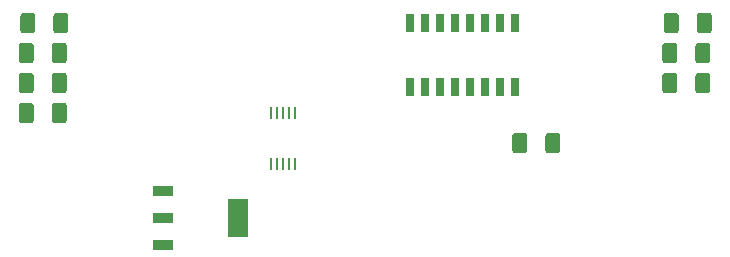
<source format=gbr>
%TF.GenerationSoftware,KiCad,Pcbnew,(5.1.6)-1*%
%TF.CreationDate,2020-11-25T17:12:48+01:00*%
%TF.ProjectId,heater_led_tempSensor_board,68656174-6572-45f6-9c65-645f74656d70,rev?*%
%TF.SameCoordinates,Original*%
%TF.FileFunction,Paste,Top*%
%TF.FilePolarity,Positive*%
%FSLAX46Y46*%
G04 Gerber Fmt 4.6, Leading zero omitted, Abs format (unit mm)*
G04 Created by KiCad (PCBNEW (5.1.6)-1) date 2020-11-25 17:12:48*
%MOMM*%
%LPD*%
G01*
G04 APERTURE LIST*
%ADD10R,0.650000X1.525000*%
%ADD11R,0.250000X1.100000*%
%ADD12R,1.750000X3.200000*%
%ADD13R,1.750000X0.950000*%
G04 APERTURE END LIST*
%TO.C,C1*%
G36*
G01*
X157845000Y-102245000D02*
X157845000Y-103495000D01*
G75*
G02*
X157595000Y-103745000I-250000J0D01*
G01*
X156845000Y-103745000D01*
G75*
G02*
X156595000Y-103495000I0J250000D01*
G01*
X156595000Y-102245000D01*
G75*
G02*
X156845000Y-101995000I250000J0D01*
G01*
X157595000Y-101995000D01*
G75*
G02*
X157845000Y-102245000I0J-250000D01*
G01*
G37*
G36*
G01*
X160645000Y-102245000D02*
X160645000Y-103495000D01*
G75*
G02*
X160395000Y-103745000I-250000J0D01*
G01*
X159645000Y-103745000D01*
G75*
G02*
X159395000Y-103495000I0J250000D01*
G01*
X159395000Y-102245000D01*
G75*
G02*
X159645000Y-101995000I250000J0D01*
G01*
X160395000Y-101995000D01*
G75*
G02*
X160645000Y-102245000I0J-250000D01*
G01*
G37*
%TD*%
D10*
%TO.C,IC2*%
X144145000Y-103214000D03*
X142875000Y-103214000D03*
X141605000Y-103214000D03*
X140335000Y-103214000D03*
X139065000Y-103214000D03*
X137795000Y-103214000D03*
X136525000Y-103214000D03*
X135255000Y-103214000D03*
X135255000Y-97790000D03*
X136525000Y-97790000D03*
X137795000Y-97790000D03*
X139065000Y-97790000D03*
X140335000Y-97790000D03*
X141605000Y-97790000D03*
X142875000Y-97790000D03*
X144145000Y-97790000D03*
%TD*%
D11*
%TO.C,U3*%
X123460000Y-105410000D03*
X123960000Y-105410000D03*
X124460000Y-105410000D03*
X124960000Y-105410000D03*
X125460000Y-105410000D03*
X125460000Y-109710000D03*
X124960000Y-109710000D03*
X124460000Y-109710000D03*
X123960000Y-109710000D03*
X123460000Y-109710000D03*
%TD*%
%TO.C,R7*%
G36*
G01*
X159525000Y-98415000D02*
X159525000Y-97165000D01*
G75*
G02*
X159775000Y-96915000I250000J0D01*
G01*
X160525000Y-96915000D01*
G75*
G02*
X160775000Y-97165000I0J-250000D01*
G01*
X160775000Y-98415000D01*
G75*
G02*
X160525000Y-98665000I-250000J0D01*
G01*
X159775000Y-98665000D01*
G75*
G02*
X159525000Y-98415000I0J250000D01*
G01*
G37*
G36*
G01*
X156725000Y-98415000D02*
X156725000Y-97165000D01*
G75*
G02*
X156975000Y-96915000I250000J0D01*
G01*
X157725000Y-96915000D01*
G75*
G02*
X157975000Y-97165000I0J-250000D01*
G01*
X157975000Y-98415000D01*
G75*
G02*
X157725000Y-98665000I-250000J0D01*
G01*
X156975000Y-98665000D01*
G75*
G02*
X156725000Y-98415000I0J250000D01*
G01*
G37*
%TD*%
%TO.C,R6*%
G36*
G01*
X157845000Y-99705000D02*
X157845000Y-100955000D01*
G75*
G02*
X157595000Y-101205000I-250000J0D01*
G01*
X156845000Y-101205000D01*
G75*
G02*
X156595000Y-100955000I0J250000D01*
G01*
X156595000Y-99705000D01*
G75*
G02*
X156845000Y-99455000I250000J0D01*
G01*
X157595000Y-99455000D01*
G75*
G02*
X157845000Y-99705000I0J-250000D01*
G01*
G37*
G36*
G01*
X160645000Y-99705000D02*
X160645000Y-100955000D01*
G75*
G02*
X160395000Y-101205000I-250000J0D01*
G01*
X159645000Y-101205000D01*
G75*
G02*
X159395000Y-100955000I0J250000D01*
G01*
X159395000Y-99705000D01*
G75*
G02*
X159645000Y-99455000I250000J0D01*
G01*
X160395000Y-99455000D01*
G75*
G02*
X160645000Y-99705000I0J-250000D01*
G01*
G37*
%TD*%
%TO.C,R5*%
G36*
G01*
X103495000Y-97165000D02*
X103495000Y-98415000D01*
G75*
G02*
X103245000Y-98665000I-250000J0D01*
G01*
X102495000Y-98665000D01*
G75*
G02*
X102245000Y-98415000I0J250000D01*
G01*
X102245000Y-97165000D01*
G75*
G02*
X102495000Y-96915000I250000J0D01*
G01*
X103245000Y-96915000D01*
G75*
G02*
X103495000Y-97165000I0J-250000D01*
G01*
G37*
G36*
G01*
X106295000Y-97165000D02*
X106295000Y-98415000D01*
G75*
G02*
X106045000Y-98665000I-250000J0D01*
G01*
X105295000Y-98665000D01*
G75*
G02*
X105045000Y-98415000I0J250000D01*
G01*
X105045000Y-97165000D01*
G75*
G02*
X105295000Y-96915000I250000J0D01*
G01*
X106045000Y-96915000D01*
G75*
G02*
X106295000Y-97165000I0J-250000D01*
G01*
G37*
%TD*%
%TO.C,R4*%
G36*
G01*
X103365000Y-99705000D02*
X103365000Y-100955000D01*
G75*
G02*
X103115000Y-101205000I-250000J0D01*
G01*
X102365000Y-101205000D01*
G75*
G02*
X102115000Y-100955000I0J250000D01*
G01*
X102115000Y-99705000D01*
G75*
G02*
X102365000Y-99455000I250000J0D01*
G01*
X103115000Y-99455000D01*
G75*
G02*
X103365000Y-99705000I0J-250000D01*
G01*
G37*
G36*
G01*
X106165000Y-99705000D02*
X106165000Y-100955000D01*
G75*
G02*
X105915000Y-101205000I-250000J0D01*
G01*
X105165000Y-101205000D01*
G75*
G02*
X104915000Y-100955000I0J250000D01*
G01*
X104915000Y-99705000D01*
G75*
G02*
X105165000Y-99455000I250000J0D01*
G01*
X105915000Y-99455000D01*
G75*
G02*
X106165000Y-99705000I0J-250000D01*
G01*
G37*
%TD*%
%TO.C,R3*%
G36*
G01*
X103365000Y-104785000D02*
X103365000Y-106035000D01*
G75*
G02*
X103115000Y-106285000I-250000J0D01*
G01*
X102365000Y-106285000D01*
G75*
G02*
X102115000Y-106035000I0J250000D01*
G01*
X102115000Y-104785000D01*
G75*
G02*
X102365000Y-104535000I250000J0D01*
G01*
X103115000Y-104535000D01*
G75*
G02*
X103365000Y-104785000I0J-250000D01*
G01*
G37*
G36*
G01*
X106165000Y-104785000D02*
X106165000Y-106035000D01*
G75*
G02*
X105915000Y-106285000I-250000J0D01*
G01*
X105165000Y-106285000D01*
G75*
G02*
X104915000Y-106035000I0J250000D01*
G01*
X104915000Y-104785000D01*
G75*
G02*
X105165000Y-104535000I250000J0D01*
G01*
X105915000Y-104535000D01*
G75*
G02*
X106165000Y-104785000I0J-250000D01*
G01*
G37*
%TD*%
%TO.C,R2*%
G36*
G01*
X103365000Y-102245000D02*
X103365000Y-103495000D01*
G75*
G02*
X103115000Y-103745000I-250000J0D01*
G01*
X102365000Y-103745000D01*
G75*
G02*
X102115000Y-103495000I0J250000D01*
G01*
X102115000Y-102245000D01*
G75*
G02*
X102365000Y-101995000I250000J0D01*
G01*
X103115000Y-101995000D01*
G75*
G02*
X103365000Y-102245000I0J-250000D01*
G01*
G37*
G36*
G01*
X106165000Y-102245000D02*
X106165000Y-103495000D01*
G75*
G02*
X105915000Y-103745000I-250000J0D01*
G01*
X105165000Y-103745000D01*
G75*
G02*
X104915000Y-103495000I0J250000D01*
G01*
X104915000Y-102245000D01*
G75*
G02*
X105165000Y-101995000I250000J0D01*
G01*
X105915000Y-101995000D01*
G75*
G02*
X106165000Y-102245000I0J-250000D01*
G01*
G37*
%TD*%
D12*
%TO.C,IC1*%
X120650000Y-114300000D03*
D13*
X114350000Y-116600000D03*
X114350000Y-114300000D03*
X114350000Y-112000000D03*
%TD*%
%TO.C,C2*%
G36*
G01*
X146695000Y-108575000D02*
X146695000Y-107325000D01*
G75*
G02*
X146945000Y-107075000I250000J0D01*
G01*
X147695000Y-107075000D01*
G75*
G02*
X147945000Y-107325000I0J-250000D01*
G01*
X147945000Y-108575000D01*
G75*
G02*
X147695000Y-108825000I-250000J0D01*
G01*
X146945000Y-108825000D01*
G75*
G02*
X146695000Y-108575000I0J250000D01*
G01*
G37*
G36*
G01*
X143895000Y-108575000D02*
X143895000Y-107325000D01*
G75*
G02*
X144145000Y-107075000I250000J0D01*
G01*
X144895000Y-107075000D01*
G75*
G02*
X145145000Y-107325000I0J-250000D01*
G01*
X145145000Y-108575000D01*
G75*
G02*
X144895000Y-108825000I-250000J0D01*
G01*
X144145000Y-108825000D01*
G75*
G02*
X143895000Y-108575000I0J250000D01*
G01*
G37*
%TD*%
M02*

</source>
